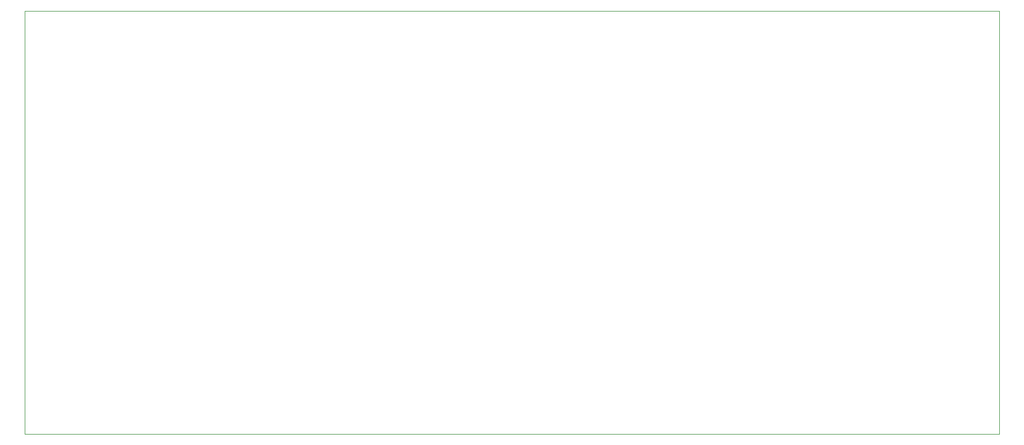
<source format=gbr>
%TF.GenerationSoftware,KiCad,Pcbnew,(7.0.0-0)*%
%TF.CreationDate,2023-03-03T08:57:53+01:00*%
%TF.ProjectId,sensor_circuit_board_esp32,73656e73-6f72-45f6-9369-72637569745f,rev?*%
%TF.SameCoordinates,Original*%
%TF.FileFunction,Profile,NP*%
%FSLAX46Y46*%
G04 Gerber Fmt 4.6, Leading zero omitted, Abs format (unit mm)*
G04 Created by KiCad (PCBNEW (7.0.0-0)) date 2023-03-03 08:57:53*
%MOMM*%
%LPD*%
G01*
G04 APERTURE LIST*
%TA.AperFunction,Profile*%
%ADD10C,0.100000*%
%TD*%
G04 APERTURE END LIST*
D10*
X71300000Y-62900000D02*
X221430000Y-62900000D01*
X221430000Y-62900000D02*
X221430000Y-128090000D01*
X221430000Y-128090000D02*
X71300000Y-128090000D01*
X71300000Y-128090000D02*
X71300000Y-62900000D01*
M02*

</source>
